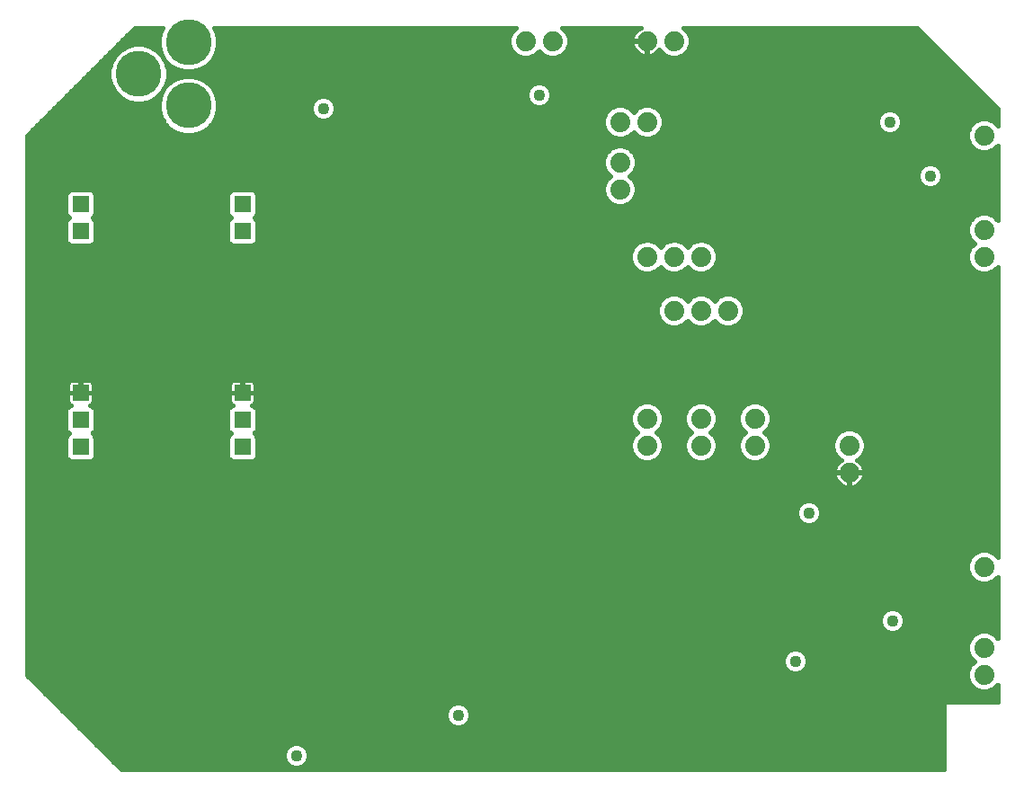
<source format=gbl>
G75*
%MOIN*%
%OFA0B0*%
%FSLAX24Y24*%
%IPPOS*%
%LPD*%
%AMOC8*
5,1,8,0,0,1.08239X$1,22.5*
%
%ADD10R,0.0594X0.0594*%
%ADD11C,0.1700*%
%ADD12C,0.0740*%
%ADD13C,0.0160*%
%ADD14C,0.0436*%
D10*
X003100Y013050D03*
X003100Y014050D03*
X003100Y015050D03*
X009100Y015050D03*
X009100Y014050D03*
X009100Y013050D03*
X009100Y021050D03*
X009100Y022050D03*
X003100Y022050D03*
X003100Y021050D03*
D11*
X007100Y025706D03*
X005250Y026887D03*
X007100Y028069D03*
D12*
X019600Y028100D03*
X020600Y028100D03*
X024100Y028100D03*
X025100Y028100D03*
X024100Y025100D03*
X023100Y025100D03*
X023100Y023600D03*
X023100Y022600D03*
X024100Y020100D03*
X025100Y020100D03*
X026100Y020100D03*
X026100Y018100D03*
X025100Y018100D03*
X027100Y018100D03*
X026100Y014100D03*
X026100Y013100D03*
X024100Y013100D03*
X024100Y014100D03*
X028100Y014100D03*
X028100Y013100D03*
X031600Y013100D03*
X031600Y012100D03*
X036600Y008600D03*
X036600Y005600D03*
X036600Y004600D03*
X036600Y020100D03*
X036600Y021100D03*
X036600Y024600D03*
D13*
X016758Y002795D02*
X002905Y002795D01*
X002747Y002953D02*
X016665Y002953D01*
X016642Y003009D02*
X016712Y002841D01*
X016841Y002712D01*
X017009Y002642D01*
X017191Y002642D01*
X017359Y002712D01*
X017488Y002841D01*
X017558Y003009D01*
X017558Y003191D01*
X017488Y003359D01*
X017359Y003488D01*
X017191Y003558D01*
X017009Y003558D01*
X016841Y003488D01*
X016712Y003359D01*
X016642Y003191D01*
X016642Y003009D01*
X016642Y003112D02*
X002588Y003112D01*
X002430Y003270D02*
X016675Y003270D01*
X016781Y003429D02*
X002271Y003429D01*
X002113Y003587D02*
X035100Y003587D01*
X035100Y003600D02*
X035100Y001100D01*
X004600Y001100D01*
X001100Y004600D01*
X001100Y024600D01*
X005100Y028600D01*
X006148Y028600D01*
X006084Y028489D01*
X006010Y028212D01*
X006010Y027925D01*
X006084Y027648D01*
X006228Y027399D01*
X006431Y027196D01*
X006679Y027053D01*
X006956Y026979D01*
X007244Y026979D01*
X007521Y027053D01*
X007769Y027196D01*
X007972Y027399D01*
X008116Y027648D01*
X008190Y027925D01*
X008190Y028212D01*
X008116Y028489D01*
X008052Y028600D01*
X019237Y028600D01*
X019083Y028446D01*
X018990Y028221D01*
X018990Y027979D01*
X019083Y027754D01*
X019254Y027583D01*
X019479Y027490D01*
X019721Y027490D01*
X019946Y027583D01*
X020100Y027737D01*
X020254Y027583D01*
X020479Y027490D01*
X020721Y027490D01*
X020946Y027583D01*
X021117Y027754D01*
X021210Y027979D01*
X021210Y028221D01*
X021117Y028446D01*
X020963Y028600D01*
X023870Y028600D01*
X023812Y028570D01*
X023742Y028520D01*
X023680Y028458D01*
X023630Y028388D01*
X023590Y028311D01*
X023564Y028229D01*
X023550Y028143D01*
X023550Y028120D01*
X024080Y028120D01*
X024080Y028080D01*
X023550Y028080D01*
X023550Y028057D01*
X023564Y027971D01*
X023590Y027889D01*
X023630Y027812D01*
X023680Y027742D01*
X023742Y027680D01*
X023812Y027630D01*
X023889Y027590D01*
X023971Y027564D01*
X024057Y027550D01*
X024080Y027550D01*
X024080Y028080D01*
X024120Y028080D01*
X024120Y027550D01*
X024143Y027550D01*
X024229Y027564D01*
X024311Y027590D01*
X024388Y027630D01*
X024458Y027680D01*
X024520Y027742D01*
X024563Y027802D01*
X024583Y027754D01*
X024754Y027583D01*
X024979Y027490D01*
X025221Y027490D01*
X025446Y027583D01*
X025617Y027754D01*
X025710Y027979D01*
X025710Y028221D01*
X025617Y028446D01*
X025463Y028600D01*
X034100Y028600D01*
X037100Y025600D01*
X037100Y024963D01*
X036946Y025117D01*
X036721Y025210D01*
X036479Y025210D01*
X036254Y025117D01*
X036083Y024946D01*
X035990Y024721D01*
X035990Y024479D01*
X036083Y024254D01*
X036254Y024083D01*
X036479Y023990D01*
X036721Y023990D01*
X036946Y024083D01*
X037100Y024237D01*
X037100Y021463D01*
X036946Y021617D01*
X036721Y021710D01*
X036479Y021710D01*
X036254Y021617D01*
X036083Y021446D01*
X035990Y021221D01*
X035990Y020979D01*
X036083Y020754D01*
X036237Y020600D01*
X036083Y020446D01*
X035990Y020221D01*
X035990Y019979D01*
X036083Y019754D01*
X026617Y019754D01*
X026710Y019979D01*
X026710Y020221D01*
X026617Y020446D01*
X026446Y020617D01*
X026221Y020710D01*
X025979Y020710D01*
X025754Y020617D01*
X025600Y020463D01*
X025446Y020617D01*
X025221Y020710D01*
X024979Y020710D01*
X024754Y020617D01*
X024600Y020463D01*
X024446Y020617D01*
X024221Y020710D01*
X023979Y020710D01*
X023754Y020617D01*
X023583Y020446D01*
X023490Y020221D01*
X023490Y019979D01*
X023583Y019754D01*
X001100Y019754D01*
X001100Y019596D02*
X023742Y019596D01*
X023754Y019583D02*
X023979Y019490D01*
X024221Y019490D01*
X024446Y019583D01*
X024600Y019737D01*
X024754Y019583D01*
X024979Y019490D01*
X025221Y019490D01*
X025446Y019583D01*
X025600Y019737D01*
X025754Y019583D01*
X025979Y019490D01*
X026221Y019490D01*
X026446Y019583D01*
X026617Y019754D01*
X026683Y019913D02*
X036017Y019913D01*
X035990Y020071D02*
X026710Y020071D01*
X026707Y020230D02*
X035993Y020230D01*
X036059Y020388D02*
X026641Y020388D01*
X026516Y020547D02*
X036184Y020547D01*
X036132Y020705D02*
X026233Y020705D01*
X025967Y020705D02*
X025233Y020705D01*
X024967Y020705D02*
X024233Y020705D01*
X023967Y020705D02*
X009637Y020705D01*
X009601Y020617D01*
X009533Y020549D01*
X009445Y020513D01*
X008755Y020513D01*
X008667Y020549D01*
X008599Y020617D01*
X008563Y020705D01*
X003637Y020705D01*
X003637Y021395D01*
X003601Y021483D01*
X003534Y021550D01*
X003601Y021617D01*
X003637Y021705D01*
X003637Y022395D01*
X003601Y022483D01*
X003533Y022551D01*
X003445Y022587D01*
X002755Y022587D01*
X002667Y022551D01*
X002599Y022483D01*
X002563Y022395D01*
X002563Y021705D01*
X002599Y021617D01*
X002666Y021550D01*
X002599Y021483D01*
X002563Y021395D01*
X002563Y020705D01*
X001100Y020705D01*
X001100Y020547D02*
X002674Y020547D01*
X002667Y020549D02*
X002755Y020513D01*
X003445Y020513D01*
X003533Y020549D01*
X003601Y020617D01*
X003637Y020705D01*
X003637Y020864D02*
X008563Y020864D01*
X008563Y021022D02*
X003637Y021022D01*
X003637Y021181D02*
X008563Y021181D01*
X008563Y021339D02*
X003637Y021339D01*
X003586Y021498D02*
X008614Y021498D01*
X008599Y021483D02*
X008666Y021550D01*
X008599Y021617D01*
X008563Y021705D01*
X008563Y022395D01*
X008599Y022483D01*
X008667Y022551D01*
X008755Y022587D01*
X009445Y022587D01*
X009533Y022551D01*
X009601Y022483D01*
X009637Y022395D01*
X009637Y021705D01*
X009601Y021617D01*
X009534Y021550D01*
X009601Y021483D01*
X009637Y021395D01*
X009637Y020705D01*
X009637Y020864D02*
X036038Y020864D01*
X035990Y021022D02*
X009637Y021022D01*
X009637Y021181D02*
X035990Y021181D01*
X036039Y021339D02*
X009637Y021339D01*
X009586Y021498D02*
X036135Y021498D01*
X036348Y021656D02*
X009617Y021656D01*
X009637Y021815D02*
X037100Y021815D01*
X037100Y021973D02*
X009637Y021973D01*
X009637Y022132D02*
X022706Y022132D01*
X022754Y022083D02*
X022583Y022254D01*
X022490Y022479D01*
X022490Y022721D01*
X022583Y022946D01*
X022737Y023100D01*
X022583Y023254D01*
X022490Y023479D01*
X022490Y023721D01*
X022583Y023946D01*
X022754Y024117D01*
X022979Y024210D01*
X023221Y024210D01*
X023446Y024117D01*
X023617Y023946D01*
X023710Y023721D01*
X023710Y023479D01*
X023617Y023254D01*
X023463Y023100D01*
X023617Y022946D01*
X023710Y022721D01*
X023710Y022479D01*
X023617Y022254D01*
X023446Y022083D01*
X023221Y021990D01*
X022979Y021990D01*
X022754Y022083D01*
X022568Y022290D02*
X009637Y022290D01*
X009615Y022449D02*
X022502Y022449D01*
X022490Y022607D02*
X001100Y022607D01*
X001100Y022449D02*
X002585Y022449D01*
X002563Y022290D02*
X001100Y022290D01*
X001100Y022132D02*
X002563Y022132D01*
X002563Y021973D02*
X001100Y021973D01*
X001100Y021815D02*
X002563Y021815D01*
X002583Y021656D02*
X001100Y021656D01*
X001100Y021498D02*
X002614Y021498D01*
X002563Y021339D02*
X001100Y021339D01*
X001100Y021181D02*
X002563Y021181D01*
X002563Y021022D02*
X001100Y021022D01*
X001100Y020864D02*
X002563Y020864D01*
X002563Y020705D02*
X002599Y020617D01*
X002667Y020549D01*
X003526Y020547D02*
X008674Y020547D01*
X008563Y020705D02*
X008563Y021395D01*
X008599Y021483D01*
X008583Y021656D02*
X003617Y021656D01*
X003637Y021815D02*
X008563Y021815D01*
X008563Y021973D02*
X003637Y021973D01*
X003637Y022132D02*
X008563Y022132D01*
X008563Y022290D02*
X003637Y022290D01*
X003615Y022449D02*
X008585Y022449D01*
X009526Y020547D02*
X023684Y020547D01*
X023559Y020388D02*
X001100Y020388D01*
X001100Y020230D02*
X023493Y020230D01*
X023490Y020071D02*
X001100Y020071D01*
X001100Y019913D02*
X023517Y019913D01*
X023583Y019754D02*
X023754Y019583D01*
X024458Y019596D02*
X024742Y019596D01*
X025458Y019596D02*
X025742Y019596D01*
X026458Y019596D02*
X036242Y019596D01*
X036254Y019583D02*
X036083Y019754D01*
X036254Y019583D02*
X036479Y019490D01*
X036721Y019490D01*
X036946Y019583D01*
X037100Y019737D01*
X037100Y008963D01*
X036946Y009117D01*
X036721Y009210D01*
X036479Y009210D01*
X036254Y009117D01*
X036083Y008946D01*
X035990Y008721D01*
X035990Y008479D01*
X036083Y008254D01*
X036254Y008083D01*
X036479Y007990D01*
X036721Y007990D01*
X036946Y008083D01*
X037100Y008237D01*
X037100Y005963D01*
X036946Y006117D01*
X036721Y006210D01*
X036479Y006210D01*
X036254Y006117D01*
X036083Y005946D01*
X035990Y005721D01*
X035990Y005479D01*
X036083Y005254D01*
X036237Y005100D01*
X036083Y004946D01*
X035990Y004721D01*
X035990Y004479D01*
X036083Y004254D01*
X036254Y004083D01*
X036479Y003990D01*
X036721Y003990D01*
X036946Y004083D01*
X037100Y004237D01*
X037100Y003600D01*
X035100Y003600D01*
X035100Y003429D02*
X017419Y003429D01*
X017525Y003270D02*
X035100Y003270D01*
X035100Y003112D02*
X017558Y003112D01*
X017535Y002953D02*
X035100Y002953D01*
X035100Y002795D02*
X017442Y002795D01*
X011558Y001691D02*
X011558Y001509D01*
X011488Y001341D01*
X011359Y001212D01*
X011191Y001142D01*
X011009Y001142D01*
X010841Y001212D01*
X010712Y001341D01*
X010642Y001509D01*
X010642Y001691D01*
X010712Y001859D01*
X010841Y001988D01*
X011009Y002058D01*
X011191Y002058D01*
X011359Y001988D01*
X011488Y001859D01*
X011558Y001691D01*
X011558Y001685D02*
X035100Y001685D01*
X035100Y001527D02*
X011558Y001527D01*
X011500Y001368D02*
X035100Y001368D01*
X035100Y001210D02*
X011354Y001210D01*
X010846Y001210D02*
X004490Y001210D01*
X004332Y001368D02*
X010700Y001368D01*
X010642Y001527D02*
X004173Y001527D01*
X004015Y001685D02*
X010642Y001685D01*
X010705Y001844D02*
X003856Y001844D01*
X003698Y002002D02*
X010873Y002002D01*
X011327Y002002D02*
X035100Y002002D01*
X035100Y001844D02*
X011495Y001844D01*
X003539Y002161D02*
X035100Y002161D01*
X035100Y002319D02*
X003381Y002319D01*
X003222Y002478D02*
X035100Y002478D01*
X035100Y002636D02*
X003064Y002636D01*
X001954Y003746D02*
X037100Y003746D01*
X037100Y003904D02*
X001796Y003904D01*
X001637Y004063D02*
X036304Y004063D01*
X036116Y004221D02*
X001479Y004221D01*
X001320Y004380D02*
X036031Y004380D01*
X035990Y004538D02*
X001162Y004538D01*
X001100Y004697D02*
X029377Y004697D01*
X029341Y004712D02*
X029509Y004642D01*
X029691Y004642D01*
X029859Y004712D01*
X029988Y004841D01*
X030058Y005009D01*
X030058Y005191D01*
X029988Y005359D01*
X029859Y005488D01*
X029691Y005558D01*
X029509Y005558D01*
X029341Y005488D01*
X029212Y005359D01*
X029142Y005191D01*
X029142Y005009D01*
X029212Y004841D01*
X029341Y004712D01*
X029206Y004855D02*
X001100Y004855D01*
X001100Y005014D02*
X029142Y005014D01*
X029142Y005172D02*
X001100Y005172D01*
X001100Y005331D02*
X029200Y005331D01*
X029342Y005489D02*
X001100Y005489D01*
X001100Y005648D02*
X035990Y005648D01*
X035990Y005489D02*
X029858Y005489D01*
X030000Y005331D02*
X036051Y005331D01*
X036165Y005172D02*
X030058Y005172D01*
X030058Y005014D02*
X036151Y005014D01*
X036045Y004855D02*
X029994Y004855D01*
X029823Y004697D02*
X035990Y004697D01*
X036896Y004063D02*
X037100Y004063D01*
X037084Y004221D02*
X037100Y004221D01*
X037098Y005965D02*
X037100Y005965D01*
X037100Y006123D02*
X036931Y006123D01*
X037100Y006282D02*
X033529Y006282D01*
X033588Y006341D02*
X033459Y006212D01*
X033291Y006142D01*
X033109Y006142D01*
X032941Y006212D01*
X032812Y006341D01*
X032742Y006509D01*
X032742Y006691D01*
X032812Y006859D01*
X032941Y006988D01*
X033109Y007058D01*
X033291Y007058D01*
X033459Y006988D01*
X033588Y006859D01*
X033658Y006691D01*
X033658Y006509D01*
X033588Y006341D01*
X033630Y006440D02*
X037100Y006440D01*
X037100Y006599D02*
X033658Y006599D01*
X033631Y006757D02*
X037100Y006757D01*
X037100Y006916D02*
X033532Y006916D01*
X032868Y006916D02*
X001100Y006916D01*
X001100Y007074D02*
X037100Y007074D01*
X037100Y007233D02*
X001100Y007233D01*
X001100Y007391D02*
X037100Y007391D01*
X037100Y007550D02*
X001100Y007550D01*
X001100Y007708D02*
X037100Y007708D01*
X037100Y007867D02*
X001100Y007867D01*
X001100Y008025D02*
X036394Y008025D01*
X036154Y008184D02*
X001100Y008184D01*
X001100Y008342D02*
X036047Y008342D01*
X035990Y008501D02*
X001100Y008501D01*
X001100Y008659D02*
X035990Y008659D01*
X036030Y008818D02*
X001100Y008818D01*
X001100Y008976D02*
X036113Y008976D01*
X036296Y009135D02*
X001100Y009135D01*
X001100Y009293D02*
X037100Y009293D01*
X037100Y009135D02*
X036904Y009135D01*
X037087Y008976D02*
X037100Y008976D01*
X037100Y009452D02*
X001100Y009452D01*
X001100Y009610D02*
X037100Y009610D01*
X037100Y009769D02*
X001100Y009769D01*
X001100Y009927D02*
X037100Y009927D01*
X037100Y010086D02*
X001100Y010086D01*
X001100Y010244D02*
X029808Y010244D01*
X029841Y010212D02*
X030009Y010142D01*
X030191Y010142D01*
X030359Y010212D01*
X030488Y010341D01*
X030558Y010509D01*
X030558Y010691D01*
X030488Y010859D01*
X030359Y010988D01*
X030191Y011058D01*
X030009Y011058D01*
X029841Y010988D01*
X029712Y010859D01*
X029642Y010691D01*
X029642Y010509D01*
X029712Y010341D01*
X029841Y010212D01*
X029686Y010403D02*
X001100Y010403D01*
X001100Y010561D02*
X029642Y010561D01*
X029654Y010720D02*
X001100Y010720D01*
X001100Y010878D02*
X029730Y010878D01*
X029957Y011037D02*
X001100Y011037D01*
X001100Y011195D02*
X037100Y011195D01*
X037100Y011037D02*
X030243Y011037D01*
X030470Y010878D02*
X037100Y010878D01*
X037100Y010720D02*
X030546Y010720D01*
X030558Y010561D02*
X037100Y010561D01*
X037100Y010403D02*
X030514Y010403D01*
X030392Y010244D02*
X037100Y010244D01*
X037100Y011354D02*
X001100Y011354D01*
X001100Y011512D02*
X037100Y011512D01*
X037100Y011671D02*
X031945Y011671D01*
X031958Y011680D02*
X032020Y011742D01*
X032070Y011812D01*
X032110Y011889D01*
X032136Y011971D01*
X032150Y012057D01*
X032150Y012080D01*
X031620Y012080D01*
X031620Y012120D01*
X032150Y012120D01*
X032150Y012143D01*
X032136Y012229D01*
X032110Y012311D01*
X032070Y012388D01*
X032020Y012458D01*
X031958Y012520D01*
X031898Y012563D01*
X031946Y012583D01*
X032117Y012754D01*
X032210Y012979D01*
X032210Y013221D01*
X032117Y013446D01*
X031946Y013617D01*
X031721Y013710D01*
X031479Y013710D01*
X031254Y013617D01*
X031083Y013446D01*
X030990Y013221D01*
X030990Y012979D01*
X031083Y012754D01*
X031254Y012583D01*
X031302Y012563D01*
X031242Y012520D01*
X031180Y012458D01*
X031130Y012388D01*
X031090Y012311D01*
X031064Y012229D01*
X031050Y012143D01*
X031050Y012120D01*
X031580Y012120D01*
X031580Y012080D01*
X031620Y012080D01*
X031620Y011550D01*
X031643Y011550D01*
X031729Y011564D01*
X031811Y011590D01*
X031888Y011630D01*
X031958Y011680D01*
X032079Y011829D02*
X037100Y011829D01*
X037100Y011988D02*
X032139Y011988D01*
X032150Y012146D02*
X037100Y012146D01*
X037100Y012305D02*
X032112Y012305D01*
X032015Y012463D02*
X037100Y012463D01*
X037100Y012622D02*
X031984Y012622D01*
X032128Y012780D02*
X037100Y012780D01*
X037100Y012939D02*
X032193Y012939D01*
X032210Y013097D02*
X037100Y013097D01*
X037100Y013256D02*
X032196Y013256D01*
X032130Y013414D02*
X037100Y013414D01*
X037100Y013573D02*
X031990Y013573D01*
X031210Y013573D02*
X028490Y013573D01*
X028463Y013600D02*
X028617Y013446D01*
X028710Y013221D01*
X028710Y012979D01*
X028617Y012754D01*
X028446Y012583D01*
X028221Y012490D01*
X027979Y012490D01*
X027754Y012583D01*
X027583Y012754D01*
X027490Y012979D01*
X027490Y013221D01*
X027583Y013446D01*
X027737Y013600D01*
X027583Y013754D01*
X027490Y013979D01*
X027490Y014221D01*
X027583Y014446D01*
X027754Y014617D01*
X027979Y014710D01*
X028221Y014710D01*
X028446Y014617D01*
X028617Y014446D01*
X028710Y014221D01*
X028710Y013979D01*
X028617Y013754D01*
X028463Y013600D01*
X028594Y013731D02*
X037100Y013731D01*
X037100Y013890D02*
X028673Y013890D01*
X028710Y014048D02*
X037100Y014048D01*
X037100Y014207D02*
X028710Y014207D01*
X028650Y014365D02*
X037100Y014365D01*
X037100Y014524D02*
X028539Y014524D01*
X028289Y014682D02*
X037100Y014682D01*
X037100Y014841D02*
X009577Y014841D01*
X009577Y014729D02*
X009577Y015041D01*
X009109Y015041D01*
X009109Y015059D01*
X009577Y015059D01*
X009577Y015371D01*
X009565Y015417D01*
X009541Y015458D01*
X009508Y015491D01*
X009467Y015515D01*
X009421Y015527D01*
X009109Y015527D01*
X009109Y015059D01*
X009091Y015059D01*
X009091Y015527D01*
X008779Y015527D01*
X008733Y015515D01*
X008692Y015491D01*
X008659Y015458D01*
X008635Y015417D01*
X008623Y015371D01*
X008623Y015059D01*
X009091Y015059D01*
X009091Y015041D01*
X008623Y015041D01*
X008623Y014729D01*
X008635Y014683D01*
X008659Y014642D01*
X008692Y014609D01*
X008733Y014585D01*
X008744Y014582D01*
X008667Y014551D01*
X008599Y014483D01*
X008563Y014395D01*
X008563Y013705D01*
X008599Y013617D01*
X008666Y013550D01*
X008599Y013483D01*
X008563Y013395D01*
X008563Y012705D01*
X008599Y012617D01*
X008667Y012549D01*
X008755Y012513D01*
X009445Y012513D01*
X009533Y012549D01*
X009601Y012617D01*
X009637Y012705D01*
X009637Y013395D01*
X009601Y013483D01*
X009534Y013550D01*
X009601Y013617D01*
X009637Y013705D01*
X009637Y014395D01*
X009601Y014483D01*
X009533Y014551D01*
X009456Y014582D01*
X009467Y014585D01*
X009508Y014609D01*
X009541Y014642D01*
X009565Y014683D01*
X009577Y014729D01*
X009564Y014682D02*
X023911Y014682D01*
X023979Y014710D02*
X023754Y014617D01*
X023583Y014446D01*
X023490Y014221D01*
X023490Y013979D01*
X023583Y013754D01*
X023737Y013600D01*
X023583Y013446D01*
X023490Y013221D01*
X023490Y012979D01*
X023583Y012754D01*
X023754Y012583D01*
X023979Y012490D01*
X024221Y012490D01*
X024446Y012583D01*
X024617Y012754D01*
X024710Y012979D01*
X024710Y013221D01*
X024617Y013446D01*
X024463Y013600D01*
X024617Y013754D01*
X024710Y013979D01*
X024710Y014221D01*
X024617Y014446D01*
X024446Y014617D01*
X024221Y014710D01*
X023979Y014710D01*
X024289Y014682D02*
X025911Y014682D01*
X025979Y014710D02*
X025754Y014617D01*
X025583Y014446D01*
X025490Y014221D01*
X025490Y013979D01*
X025583Y013754D01*
X025737Y013600D01*
X025583Y013446D01*
X025490Y013221D01*
X025490Y012979D01*
X025583Y012754D01*
X025754Y012583D01*
X025979Y012490D01*
X026221Y012490D01*
X026446Y012583D01*
X026617Y012754D01*
X026710Y012979D01*
X026710Y013221D01*
X026617Y013446D01*
X026463Y013600D01*
X026617Y013754D01*
X026710Y013979D01*
X026710Y014221D01*
X026617Y014446D01*
X026446Y014617D01*
X026221Y014710D01*
X025979Y014710D01*
X026289Y014682D02*
X027911Y014682D01*
X027661Y014524D02*
X026539Y014524D01*
X026650Y014365D02*
X027550Y014365D01*
X027490Y014207D02*
X026710Y014207D01*
X026710Y014048D02*
X027490Y014048D01*
X027527Y013890D02*
X026673Y013890D01*
X026594Y013731D02*
X027606Y013731D01*
X027710Y013573D02*
X026490Y013573D01*
X026630Y013414D02*
X027570Y013414D01*
X027504Y013256D02*
X026696Y013256D01*
X026710Y013097D02*
X027490Y013097D01*
X027507Y012939D02*
X026693Y012939D01*
X026628Y012780D02*
X027572Y012780D01*
X027716Y012622D02*
X026484Y012622D01*
X025716Y012622D02*
X024484Y012622D01*
X024628Y012780D02*
X025572Y012780D01*
X025507Y012939D02*
X024693Y012939D01*
X024710Y013097D02*
X025490Y013097D01*
X025504Y013256D02*
X024696Y013256D01*
X024630Y013414D02*
X025570Y013414D01*
X025710Y013573D02*
X024490Y013573D01*
X024594Y013731D02*
X025606Y013731D01*
X025527Y013890D02*
X024673Y013890D01*
X024710Y014048D02*
X025490Y014048D01*
X025490Y014207D02*
X024710Y014207D01*
X024650Y014365D02*
X025550Y014365D01*
X025661Y014524D02*
X024539Y014524D01*
X023661Y014524D02*
X009560Y014524D01*
X009637Y014365D02*
X023550Y014365D01*
X023490Y014207D02*
X009637Y014207D01*
X009637Y014048D02*
X023490Y014048D01*
X023527Y013890D02*
X009637Y013890D01*
X009637Y013731D02*
X023606Y013731D01*
X023710Y013573D02*
X009556Y013573D01*
X009629Y013414D02*
X023570Y013414D01*
X023504Y013256D02*
X009637Y013256D01*
X009637Y013097D02*
X023490Y013097D01*
X023507Y012939D02*
X009637Y012939D01*
X009637Y012780D02*
X023572Y012780D01*
X023716Y012622D02*
X009603Y012622D01*
X008597Y012622D02*
X003603Y012622D01*
X003601Y012617D02*
X003637Y012705D01*
X003637Y013395D01*
X003601Y013483D01*
X003534Y013550D01*
X003601Y013617D01*
X003637Y013705D01*
X003637Y014395D01*
X003601Y014483D01*
X003533Y014551D01*
X003456Y014582D01*
X003467Y014585D01*
X003508Y014609D01*
X003541Y014642D01*
X003565Y014683D01*
X003577Y014729D01*
X003577Y015041D01*
X003109Y015041D01*
X003109Y015059D01*
X003577Y015059D01*
X003577Y015371D01*
X003565Y015417D01*
X003541Y015458D01*
X003508Y015491D01*
X003467Y015515D01*
X003421Y015527D01*
X003109Y015527D01*
X003109Y015059D01*
X003091Y015059D01*
X003091Y015527D01*
X002779Y015527D01*
X002733Y015515D01*
X002692Y015491D01*
X002659Y015458D01*
X002635Y015417D01*
X002623Y015371D01*
X002623Y015059D01*
X003091Y015059D01*
X003091Y015041D01*
X002623Y015041D01*
X002623Y014729D01*
X002635Y014683D01*
X002659Y014642D01*
X002692Y014609D01*
X002733Y014585D01*
X002744Y014582D01*
X002667Y014551D01*
X002599Y014483D01*
X002563Y014395D01*
X002563Y013705D01*
X002599Y013617D01*
X002666Y013550D01*
X002599Y013483D01*
X002563Y013395D01*
X002563Y012705D01*
X002599Y012617D01*
X002667Y012549D01*
X002755Y012513D01*
X003445Y012513D01*
X003533Y012549D01*
X003601Y012617D01*
X003637Y012780D02*
X008563Y012780D01*
X008563Y012939D02*
X003637Y012939D01*
X003637Y013097D02*
X008563Y013097D01*
X008563Y013256D02*
X003637Y013256D01*
X003629Y013414D02*
X008571Y013414D01*
X008644Y013573D02*
X003556Y013573D01*
X003637Y013731D02*
X008563Y013731D01*
X008563Y013890D02*
X003637Y013890D01*
X003637Y014048D02*
X008563Y014048D01*
X008563Y014207D02*
X003637Y014207D01*
X003637Y014365D02*
X008563Y014365D01*
X008640Y014524D02*
X003560Y014524D01*
X003564Y014682D02*
X008636Y014682D01*
X008623Y014841D02*
X003577Y014841D01*
X003577Y014999D02*
X008623Y014999D01*
X008623Y015158D02*
X003577Y015158D01*
X003577Y015316D02*
X008623Y015316D01*
X008676Y015475D02*
X003524Y015475D01*
X003109Y015475D02*
X003091Y015475D01*
X003091Y015316D02*
X003109Y015316D01*
X003109Y015158D02*
X003091Y015158D01*
X002623Y015158D02*
X001100Y015158D01*
X001100Y015316D02*
X002623Y015316D01*
X002676Y015475D02*
X001100Y015475D01*
X001100Y015633D02*
X037100Y015633D01*
X037100Y015475D02*
X009524Y015475D01*
X009577Y015316D02*
X037100Y015316D01*
X037100Y015158D02*
X009577Y015158D01*
X009577Y014999D02*
X037100Y014999D01*
X037100Y015792D02*
X001100Y015792D01*
X001100Y015950D02*
X037100Y015950D01*
X037100Y016109D02*
X001100Y016109D01*
X001100Y016267D02*
X037100Y016267D01*
X037100Y016426D02*
X001100Y016426D01*
X001100Y016584D02*
X037100Y016584D01*
X037100Y016743D02*
X001100Y016743D01*
X001100Y016901D02*
X037100Y016901D01*
X037100Y017060D02*
X001100Y017060D01*
X001100Y017218D02*
X037100Y017218D01*
X037100Y017377D02*
X001100Y017377D01*
X001100Y017535D02*
X024870Y017535D01*
X024979Y017490D02*
X025221Y017490D01*
X025446Y017583D01*
X025600Y017737D01*
X025754Y017583D01*
X025979Y017490D01*
X026221Y017490D01*
X026446Y017583D01*
X026600Y017737D01*
X026754Y017583D01*
X026979Y017490D01*
X027221Y017490D01*
X027446Y017583D01*
X027617Y017754D01*
X027710Y017979D01*
X027710Y018221D01*
X027617Y018446D01*
X027446Y018617D01*
X027221Y018710D01*
X026979Y018710D01*
X026754Y018617D01*
X026600Y018463D01*
X026446Y018617D01*
X026221Y018710D01*
X025979Y018710D01*
X025754Y018617D01*
X025600Y018463D01*
X025446Y018617D01*
X025221Y018710D01*
X024979Y018710D01*
X024754Y018617D01*
X024583Y018446D01*
X024490Y018221D01*
X024490Y017979D01*
X024583Y017754D01*
X024754Y017583D01*
X024979Y017490D01*
X025330Y017535D02*
X025870Y017535D01*
X025644Y017694D02*
X025556Y017694D01*
X026330Y017535D02*
X026870Y017535D01*
X026644Y017694D02*
X026556Y017694D01*
X027330Y017535D02*
X037100Y017535D01*
X037100Y017694D02*
X027556Y017694D01*
X027658Y017852D02*
X037100Y017852D01*
X037100Y018011D02*
X027710Y018011D01*
X027710Y018169D02*
X037100Y018169D01*
X037100Y018328D02*
X027666Y018328D01*
X027577Y018486D02*
X037100Y018486D01*
X037100Y018645D02*
X027379Y018645D01*
X026821Y018645D02*
X026379Y018645D01*
X026577Y018486D02*
X026623Y018486D01*
X025821Y018645D02*
X025379Y018645D01*
X025577Y018486D02*
X025623Y018486D01*
X024821Y018645D02*
X001100Y018645D01*
X001100Y018803D02*
X037100Y018803D01*
X037100Y018962D02*
X001100Y018962D01*
X001100Y019120D02*
X037100Y019120D01*
X037100Y019279D02*
X001100Y019279D01*
X001100Y019437D02*
X037100Y019437D01*
X037100Y019596D02*
X036958Y019596D01*
X037065Y021498D02*
X037100Y021498D01*
X037100Y021656D02*
X036852Y021656D01*
X037100Y022132D02*
X023494Y022132D01*
X023632Y022290D02*
X037100Y022290D01*
X037100Y022449D02*
X023698Y022449D01*
X023710Y022607D02*
X037100Y022607D01*
X037100Y022766D02*
X034913Y022766D01*
X034859Y022712D02*
X034988Y022841D01*
X035058Y023009D01*
X035058Y023191D01*
X034988Y023359D01*
X034859Y023488D01*
X034691Y023558D01*
X034509Y023558D01*
X034341Y023488D01*
X034212Y023359D01*
X034142Y023191D01*
X034142Y023009D01*
X034212Y022841D01*
X034341Y022712D01*
X034509Y022642D01*
X034691Y022642D01*
X034859Y022712D01*
X035023Y022924D02*
X037100Y022924D01*
X037100Y023083D02*
X035058Y023083D01*
X035037Y023241D02*
X037100Y023241D01*
X037100Y023400D02*
X034948Y023400D01*
X034691Y023558D02*
X037100Y023558D01*
X037100Y023717D02*
X023710Y023717D01*
X023710Y023558D02*
X034509Y023558D01*
X034252Y023400D02*
X023677Y023400D01*
X023604Y023241D02*
X034163Y023241D01*
X034142Y023083D02*
X023480Y023083D01*
X023626Y022924D02*
X034177Y022924D01*
X034287Y022766D02*
X023692Y022766D01*
X022720Y023083D02*
X001100Y023083D01*
X001100Y023241D02*
X022596Y023241D01*
X022523Y023400D02*
X001100Y023400D01*
X001100Y023558D02*
X022490Y023558D01*
X022490Y023717D02*
X001100Y023717D01*
X001100Y023875D02*
X022554Y023875D01*
X022671Y024034D02*
X001100Y024034D01*
X001100Y024192D02*
X022935Y024192D01*
X022979Y024490D02*
X022754Y024583D01*
X022583Y024754D01*
X022490Y024979D01*
X022490Y025221D01*
X022583Y025446D01*
X022754Y025617D01*
X022979Y025710D01*
X023221Y025710D01*
X023446Y025617D01*
X023600Y025463D01*
X023754Y025617D01*
X023979Y025710D01*
X024221Y025710D01*
X024446Y025617D01*
X024617Y025446D01*
X024710Y025221D01*
X024710Y024979D01*
X024617Y024754D01*
X024446Y024583D01*
X024221Y024490D01*
X023979Y024490D01*
X023754Y024583D01*
X023600Y024737D01*
X023446Y024583D01*
X023221Y024490D01*
X022979Y024490D01*
X022933Y024509D02*
X001100Y024509D01*
X001100Y024351D02*
X036043Y024351D01*
X035990Y024509D02*
X024267Y024509D01*
X024530Y024668D02*
X032947Y024668D01*
X033009Y024642D02*
X033191Y024642D01*
X033359Y024712D01*
X033488Y024841D01*
X033558Y025009D01*
X033558Y025191D01*
X033488Y025359D01*
X033359Y025488D01*
X033191Y025558D01*
X033009Y025558D01*
X032841Y025488D01*
X032712Y025359D01*
X032642Y025191D01*
X032642Y025009D01*
X032712Y024841D01*
X032841Y024712D01*
X033009Y024642D01*
X033253Y024668D02*
X035990Y024668D01*
X036033Y024826D02*
X033474Y024826D01*
X033548Y024985D02*
X036122Y024985D01*
X036317Y025143D02*
X033558Y025143D01*
X033512Y025302D02*
X037100Y025302D01*
X037100Y025460D02*
X033388Y025460D01*
X032812Y025460D02*
X024603Y025460D01*
X024677Y025302D02*
X032688Y025302D01*
X032642Y025143D02*
X024710Y025143D01*
X024710Y024985D02*
X032652Y024985D01*
X032726Y024826D02*
X024647Y024826D01*
X023933Y024509D02*
X023267Y024509D01*
X023530Y024668D02*
X023670Y024668D01*
X023265Y024192D02*
X036145Y024192D01*
X036374Y024034D02*
X023529Y024034D01*
X023646Y023875D02*
X037100Y023875D01*
X037100Y024034D02*
X036826Y024034D01*
X037055Y024192D02*
X037100Y024192D01*
X037078Y024985D02*
X037100Y024985D01*
X037100Y025143D02*
X036883Y025143D01*
X037081Y025619D02*
X024442Y025619D01*
X023758Y025619D02*
X023442Y025619D01*
X022758Y025619D02*
X012558Y025619D01*
X012558Y025691D02*
X012488Y025859D01*
X012359Y025988D01*
X012191Y026058D01*
X012009Y026058D01*
X011841Y025988D01*
X011712Y025859D01*
X011642Y025691D01*
X011642Y025509D01*
X011712Y025341D01*
X011841Y025212D01*
X012009Y025142D01*
X012191Y025142D01*
X012359Y025212D01*
X012488Y025341D01*
X012558Y025509D01*
X012558Y025691D01*
X012523Y025777D02*
X019775Y025777D01*
X019712Y025841D02*
X019841Y025712D01*
X020009Y025642D01*
X020191Y025642D01*
X020359Y025712D01*
X020488Y025841D01*
X020558Y026009D01*
X020558Y026191D01*
X020488Y026359D01*
X020359Y026488D01*
X020191Y026558D01*
X020009Y026558D01*
X019841Y026488D01*
X019712Y026359D01*
X019642Y026191D01*
X019642Y026009D01*
X019712Y025841D01*
X019672Y025936D02*
X012412Y025936D01*
X012538Y025460D02*
X022597Y025460D01*
X022523Y025302D02*
X012449Y025302D01*
X012194Y025143D02*
X022490Y025143D01*
X022490Y024985D02*
X007920Y024985D01*
X007972Y025037D02*
X008116Y025286D01*
X008190Y025563D01*
X008190Y025850D01*
X008116Y026127D01*
X007972Y026376D01*
X007769Y026579D01*
X007521Y026722D01*
X007244Y026796D01*
X006956Y026796D01*
X006679Y026722D01*
X006431Y026579D01*
X006228Y026376D01*
X006084Y026127D01*
X006010Y025850D01*
X006010Y025563D01*
X006084Y025286D01*
X006228Y025037D01*
X006431Y024834D01*
X006679Y024691D01*
X006956Y024616D01*
X007244Y024616D01*
X007521Y024691D01*
X007769Y024834D01*
X007972Y025037D01*
X008033Y025143D02*
X012006Y025143D01*
X011751Y025302D02*
X008120Y025302D01*
X008162Y025460D02*
X011662Y025460D01*
X011642Y025619D02*
X008190Y025619D01*
X008190Y025777D02*
X011677Y025777D01*
X011788Y025936D02*
X008167Y025936D01*
X008125Y026094D02*
X019642Y026094D01*
X019667Y026253D02*
X008043Y026253D01*
X007937Y026411D02*
X019763Y026411D01*
X020437Y026411D02*
X036289Y026411D01*
X036447Y026253D02*
X020533Y026253D01*
X020558Y026094D02*
X036606Y026094D01*
X036764Y025936D02*
X020528Y025936D01*
X020425Y025777D02*
X036923Y025777D01*
X036130Y026570D02*
X007778Y026570D01*
X007498Y026728D02*
X035972Y026728D01*
X035813Y026887D02*
X006340Y026887D01*
X006340Y026744D02*
X006340Y027031D01*
X006265Y027308D01*
X006122Y027557D01*
X005919Y027760D01*
X005670Y027903D01*
X005393Y027977D01*
X005106Y027977D01*
X004829Y027903D01*
X004580Y027760D01*
X004377Y027557D01*
X004234Y027308D01*
X004160Y027031D01*
X004160Y026744D01*
X004234Y026467D01*
X004377Y026218D01*
X004580Y026015D01*
X004829Y025872D01*
X005106Y025797D01*
X005393Y025797D01*
X005670Y025872D01*
X005919Y026015D01*
X006122Y026218D01*
X006265Y026467D01*
X006340Y026744D01*
X006335Y026728D02*
X006702Y026728D01*
X006708Y027045D02*
X006336Y027045D01*
X006293Y027204D02*
X006423Y027204D01*
X006265Y027362D02*
X006234Y027362D01*
X006158Y027521D02*
X006143Y027521D01*
X006076Y027679D02*
X005999Y027679D01*
X006033Y027838D02*
X005784Y027838D01*
X006010Y027996D02*
X004496Y027996D01*
X004338Y027838D02*
X004715Y027838D01*
X004500Y027679D02*
X004179Y027679D01*
X004021Y027521D02*
X004357Y027521D01*
X004265Y027362D02*
X003862Y027362D01*
X003704Y027204D02*
X004206Y027204D01*
X004163Y027045D02*
X003545Y027045D01*
X003387Y026887D02*
X004160Y026887D01*
X004164Y026728D02*
X003228Y026728D01*
X003070Y026570D02*
X004206Y026570D01*
X004266Y026411D02*
X002911Y026411D01*
X002753Y026253D02*
X004358Y026253D01*
X004501Y026094D02*
X002594Y026094D01*
X002436Y025936D02*
X004718Y025936D01*
X005781Y025936D02*
X006033Y025936D01*
X006010Y025777D02*
X002277Y025777D01*
X002119Y025619D02*
X006010Y025619D01*
X006038Y025460D02*
X001960Y025460D01*
X001802Y025302D02*
X006080Y025302D01*
X006167Y025143D02*
X001643Y025143D01*
X001485Y024985D02*
X006280Y024985D01*
X006445Y024826D02*
X001326Y024826D01*
X001168Y024668D02*
X006765Y024668D01*
X007435Y024668D02*
X022670Y024668D01*
X022553Y024826D02*
X007755Y024826D01*
X006075Y026094D02*
X005998Y026094D01*
X006142Y026253D02*
X006157Y026253D01*
X006233Y026411D02*
X006263Y026411D01*
X006293Y026570D02*
X006422Y026570D01*
X007492Y027045D02*
X035655Y027045D01*
X035496Y027204D02*
X007777Y027204D01*
X007935Y027362D02*
X035338Y027362D01*
X035179Y027521D02*
X025295Y027521D01*
X025542Y027679D02*
X035021Y027679D01*
X034862Y027838D02*
X025652Y027838D01*
X025710Y027996D02*
X034704Y027996D01*
X034545Y028155D02*
X025710Y028155D01*
X025672Y028313D02*
X034387Y028313D01*
X034228Y028472D02*
X025591Y028472D01*
X024905Y027521D02*
X020795Y027521D01*
X021042Y027679D02*
X023744Y027679D01*
X023616Y027838D02*
X021152Y027838D01*
X021210Y027996D02*
X023560Y027996D01*
X023552Y028155D02*
X021210Y028155D01*
X021172Y028313D02*
X023591Y028313D01*
X023694Y028472D02*
X021091Y028472D01*
X020405Y027521D02*
X019795Y027521D01*
X020042Y027679D02*
X020158Y027679D01*
X019405Y027521D02*
X008042Y027521D01*
X008124Y027679D02*
X019158Y027679D01*
X019048Y027838D02*
X008167Y027838D01*
X008190Y027996D02*
X018990Y027996D01*
X018990Y028155D02*
X008190Y028155D01*
X008163Y028313D02*
X019028Y028313D01*
X019109Y028472D02*
X008120Y028472D01*
X006080Y028472D02*
X004972Y028472D01*
X004813Y028313D02*
X006037Y028313D01*
X006010Y028155D02*
X004655Y028155D01*
X001100Y022924D02*
X022574Y022924D01*
X022508Y022766D02*
X001100Y022766D01*
X001100Y018486D02*
X024623Y018486D01*
X024534Y018328D02*
X001100Y018328D01*
X001100Y018169D02*
X024490Y018169D01*
X024490Y018011D02*
X001100Y018011D01*
X001100Y017852D02*
X024542Y017852D01*
X024644Y017694D02*
X001100Y017694D01*
X001100Y014999D02*
X002623Y014999D01*
X002623Y014841D02*
X001100Y014841D01*
X001100Y014682D02*
X002636Y014682D01*
X002640Y014524D02*
X001100Y014524D01*
X001100Y014365D02*
X002563Y014365D01*
X002563Y014207D02*
X001100Y014207D01*
X001100Y014048D02*
X002563Y014048D01*
X002563Y013890D02*
X001100Y013890D01*
X001100Y013731D02*
X002563Y013731D01*
X002644Y013573D02*
X001100Y013573D01*
X001100Y013414D02*
X002571Y013414D01*
X002563Y013256D02*
X001100Y013256D01*
X001100Y013097D02*
X002563Y013097D01*
X002563Y012939D02*
X001100Y012939D01*
X001100Y012780D02*
X002563Y012780D01*
X002597Y012622D02*
X001100Y012622D01*
X001100Y012463D02*
X031185Y012463D01*
X031216Y012622D02*
X028484Y012622D01*
X028628Y012780D02*
X031072Y012780D01*
X031007Y012939D02*
X028693Y012939D01*
X028710Y013097D02*
X030990Y013097D01*
X031004Y013256D02*
X028696Y013256D01*
X028630Y013414D02*
X031070Y013414D01*
X031088Y012305D02*
X001100Y012305D01*
X001100Y012146D02*
X031050Y012146D01*
X031050Y012080D02*
X031050Y012057D01*
X031064Y011971D01*
X031090Y011889D01*
X031130Y011812D01*
X031180Y011742D01*
X031242Y011680D01*
X031312Y011630D01*
X031389Y011590D01*
X031471Y011564D01*
X031557Y011550D01*
X031580Y011550D01*
X031580Y012080D01*
X031050Y012080D01*
X031061Y011988D02*
X001100Y011988D01*
X001100Y011829D02*
X031121Y011829D01*
X031255Y011671D02*
X001100Y011671D01*
X001100Y006757D02*
X032769Y006757D01*
X032742Y006599D02*
X001100Y006599D01*
X001100Y006440D02*
X032770Y006440D01*
X032871Y006282D02*
X001100Y006282D01*
X001100Y006123D02*
X036269Y006123D01*
X036102Y005965D02*
X001100Y005965D01*
X001100Y005806D02*
X036025Y005806D01*
X036806Y008025D02*
X037100Y008025D01*
X037100Y008184D02*
X037046Y008184D01*
X031620Y011671D02*
X031580Y011671D01*
X031580Y011829D02*
X031620Y011829D01*
X031620Y011988D02*
X031580Y011988D01*
X025684Y020547D02*
X025516Y020547D01*
X024684Y020547D02*
X024516Y020547D01*
X024456Y027679D02*
X024658Y027679D01*
X024120Y027679D02*
X024080Y027679D01*
X024080Y027838D02*
X024120Y027838D01*
X024120Y027996D02*
X024080Y027996D01*
X009109Y015475D02*
X009091Y015475D01*
X009091Y015316D02*
X009109Y015316D01*
X009109Y015158D02*
X009091Y015158D01*
D14*
X013100Y012100D03*
X016100Y006100D03*
X017100Y003100D03*
X012100Y004100D03*
X011100Y001600D03*
X003600Y005100D03*
X005600Y009100D03*
X012100Y025600D03*
X013600Y026600D03*
X018600Y027100D03*
X020100Y026100D03*
X028400Y021200D03*
X032600Y022100D03*
X034600Y023100D03*
X033100Y025100D03*
X029400Y025900D03*
X026100Y015100D03*
X028300Y011400D03*
X030100Y010600D03*
X029600Y008100D03*
X029600Y005100D03*
X030600Y005100D03*
X033200Y006600D03*
X026100Y007100D03*
M02*

</source>
